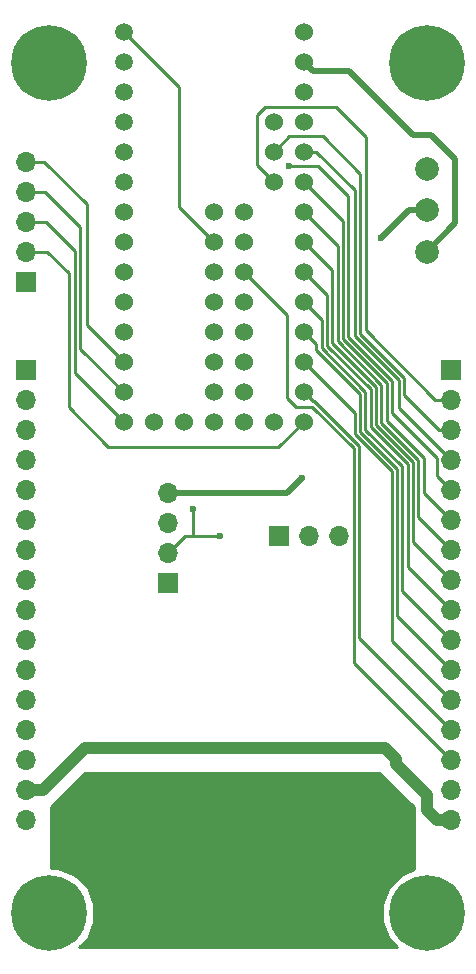
<source format=gbr>
G04 #@! TF.FileFunction,Copper,L2,Bot,Signal*
%FSLAX46Y46*%
G04 Gerber Fmt 4.6, Leading zero omitted, Abs format (unit mm)*
G04 Created by KiCad (PCBNEW 4.0.6) date 10/21/18 17:35:00*
%MOMM*%
%LPD*%
G01*
G04 APERTURE LIST*
%ADD10C,0.100000*%
%ADD11C,6.400000*%
%ADD12C,2.000000*%
%ADD13R,1.700000X1.700000*%
%ADD14O,1.700000X1.700000*%
%ADD15C,1.500000*%
%ADD16C,1.524000*%
%ADD17C,0.600000*%
%ADD18C,0.500000*%
%ADD19C,0.250000*%
%ADD20C,1.000000*%
%ADD21C,0.254000*%
G04 APERTURE END LIST*
D10*
D11*
X116000000Y-96000000D03*
X84000000Y-96000000D03*
X116000000Y-24000000D03*
D12*
X116000000Y-40000000D03*
X116000000Y-36500000D03*
X116000000Y-33000000D03*
D13*
X82000000Y-42540000D03*
D14*
X82000000Y-40000000D03*
X82000000Y-37460000D03*
X82000000Y-34920000D03*
X82000000Y-32380000D03*
D13*
X94050000Y-68090000D03*
D14*
X94050000Y-65550000D03*
X94050000Y-63010000D03*
X94050000Y-60470000D03*
D13*
X118000000Y-50000000D03*
D14*
X118000000Y-52540000D03*
X118000000Y-55080000D03*
X118000000Y-57620000D03*
X118000000Y-60160000D03*
X118000000Y-62700000D03*
X118000000Y-65240000D03*
X118000000Y-67780000D03*
X118000000Y-70320000D03*
X118000000Y-72860000D03*
X118000000Y-75400000D03*
X118000000Y-77940000D03*
X118000000Y-80480000D03*
X118000000Y-83020000D03*
X118000000Y-85560000D03*
X118000000Y-88100000D03*
D13*
X82000000Y-50000000D03*
D14*
X82000000Y-52540000D03*
X82000000Y-55080000D03*
X82000000Y-57620000D03*
X82000000Y-60160000D03*
X82000000Y-62700000D03*
X82000000Y-65240000D03*
X82000000Y-67780000D03*
X82000000Y-70320000D03*
X82000000Y-72860000D03*
X82000000Y-75400000D03*
X82000000Y-77940000D03*
X82000000Y-80480000D03*
X82000000Y-83020000D03*
X82000000Y-85560000D03*
X82000000Y-88100000D03*
D15*
X90300000Y-21380000D03*
X90300000Y-23920000D03*
X90300000Y-26460000D03*
X90300000Y-29000000D03*
X90300000Y-31540000D03*
X90300000Y-34080000D03*
D16*
X90300000Y-36620000D03*
X97920000Y-36620000D03*
X90300000Y-39160000D03*
X97920000Y-39160000D03*
X90300000Y-41700000D03*
X97920000Y-41700000D03*
X90300000Y-44240000D03*
X97920000Y-44240000D03*
X90300000Y-46780000D03*
X97920000Y-46780000D03*
X90300000Y-49320000D03*
X97920000Y-49320000D03*
X90300000Y-51860000D03*
X97920000Y-51860000D03*
X90300000Y-54400000D03*
X92840000Y-54400000D03*
X95380000Y-54400000D03*
X97920000Y-54400000D03*
X100460000Y-54400000D03*
X103000000Y-54400000D03*
X105540000Y-54400000D03*
X100460000Y-51860000D03*
X105540000Y-51860000D03*
X100460000Y-49320000D03*
X105540000Y-49320000D03*
X100460000Y-46780000D03*
X105540000Y-46780000D03*
X100460000Y-44240000D03*
X105540000Y-44240000D03*
X100460000Y-41700000D03*
X105540000Y-41700000D03*
X100460000Y-39160000D03*
X105540000Y-39160000D03*
X100460000Y-36620000D03*
X105540000Y-36620000D03*
X103000000Y-34080000D03*
X105540000Y-34080000D03*
X103000000Y-31540000D03*
X105540000Y-31540000D03*
X103000000Y-29000000D03*
X105540000Y-29000000D03*
X105540000Y-26460000D03*
X105540000Y-23920000D03*
X105540000Y-21380000D03*
D11*
X84000000Y-24000000D03*
D13*
X103460000Y-64100000D03*
D14*
X106000000Y-64100000D03*
X108540000Y-64100000D03*
D17*
X105400000Y-59200000D03*
X94000000Y-90000000D03*
X105000000Y-85000000D03*
X105000000Y-86000000D03*
X105000000Y-87000000D03*
X105000000Y-88000000D03*
X105000000Y-89000000D03*
X105000000Y-90000000D03*
X105000000Y-91000000D03*
X105000000Y-92000000D03*
X104000000Y-92000000D03*
X103000000Y-92000000D03*
X102000000Y-92000000D03*
X101000000Y-92000000D03*
X100000000Y-92000000D03*
X99000000Y-92000000D03*
X98000000Y-92000000D03*
X97000000Y-92000000D03*
X96000000Y-92000000D03*
X95000000Y-92000000D03*
X94000000Y-92000000D03*
X94000000Y-91000000D03*
X94000000Y-89000000D03*
X94000000Y-88000000D03*
X94000000Y-87000000D03*
X94000000Y-86000000D03*
X94000000Y-85000000D03*
X112100000Y-38850000D03*
X96200000Y-61800000D03*
X98500000Y-64100000D03*
X113400000Y-83000000D03*
X104290000Y-32750000D03*
D18*
X94050000Y-60470000D02*
X104130000Y-60470000D01*
X104130000Y-60470000D02*
X105400000Y-59200000D01*
X105540000Y-23920000D02*
X106301999Y-24681999D01*
X118400000Y-32200000D02*
X118400000Y-37600000D01*
X106301999Y-24681999D02*
X109381999Y-24681999D01*
X109381999Y-24681999D02*
X114800000Y-30100000D01*
X114800000Y-30100000D02*
X116300000Y-30100000D01*
X116300000Y-30100000D02*
X118400000Y-32200000D01*
X118400000Y-37600000D02*
X116000000Y-40000000D01*
D19*
X105000000Y-86000000D02*
X105000000Y-85000000D01*
X103000000Y-92000000D02*
X104000000Y-92000000D01*
X101000000Y-92000000D02*
X102000000Y-92000000D01*
X99000000Y-92000000D02*
X100000000Y-92000000D01*
X97000000Y-92000000D02*
X98000000Y-92000000D01*
X95000000Y-36240000D02*
X95000000Y-26080000D01*
X95000000Y-26080000D02*
X90300000Y-21380000D01*
X97920000Y-39160000D02*
X95000000Y-36240000D01*
D18*
X112399999Y-38550001D02*
X112100000Y-38850000D01*
X116000000Y-36500000D02*
X114450000Y-36500000D01*
X114450000Y-36500000D02*
X112399999Y-38550001D01*
D19*
X95500000Y-64100000D02*
X96200000Y-64100000D01*
X96200000Y-64100000D02*
X98075736Y-64100000D01*
X96200000Y-61800000D02*
X96200000Y-64100000D01*
X98075736Y-64100000D02*
X98500000Y-64100000D01*
X94050000Y-65550000D02*
X95500000Y-64100000D01*
D20*
X113400000Y-83000000D02*
X112400000Y-82000000D01*
X112400000Y-82000000D02*
X87000000Y-82000000D01*
X87000000Y-82000000D02*
X83440000Y-85560000D01*
X83440000Y-85560000D02*
X82000000Y-85560000D01*
X113400000Y-83000000D02*
X113400000Y-83400000D01*
X113400000Y-83400000D02*
X116000000Y-86000000D01*
X116000000Y-86000000D02*
X116000000Y-87250000D01*
X116000000Y-87250000D02*
X116850000Y-88100000D01*
X116850000Y-88100000D02*
X118000000Y-88100000D01*
D19*
X90300000Y-54400000D02*
X86200000Y-50300000D01*
X86200000Y-50300000D02*
X86200000Y-39950000D01*
X86200000Y-39950000D02*
X83710000Y-37460000D01*
X83710000Y-37460000D02*
X82000000Y-37460000D01*
X90300000Y-51860000D02*
X86650011Y-48210011D01*
X86650011Y-48210011D02*
X86650011Y-37900011D01*
X86650011Y-37900011D02*
X83670000Y-34920000D01*
X83670000Y-34920000D02*
X82000000Y-34920000D01*
X82000000Y-40000000D02*
X83800000Y-40000000D01*
X83800000Y-40000000D02*
X85650000Y-41850000D01*
X89000000Y-56550000D02*
X103390000Y-56550000D01*
X85650000Y-41850000D02*
X85650000Y-53200000D01*
X103390000Y-56550000D02*
X105540000Y-54400000D01*
X85650000Y-53200000D02*
X89000000Y-56550000D01*
X82000000Y-32380000D02*
X83580000Y-32380000D01*
X87200000Y-36000000D02*
X87200000Y-46220000D01*
X83580000Y-32380000D02*
X87200000Y-36000000D01*
X87200000Y-46220000D02*
X90300000Y-49320000D01*
X103000000Y-34080000D02*
X101600000Y-32680000D01*
X108300000Y-27740000D02*
X110840000Y-30280000D01*
X110840000Y-46680000D02*
X116700000Y-52540000D01*
X101600000Y-32680000D02*
X101600000Y-28440000D01*
X101600000Y-28440000D02*
X102300000Y-27740000D01*
X102300000Y-27740000D02*
X108300000Y-27740000D01*
X110840000Y-30280000D02*
X110840000Y-46680000D01*
X116700000Y-52540000D02*
X118000000Y-52540000D01*
X117610000Y-52150000D02*
X118000000Y-52540000D01*
X103000000Y-31540000D02*
X104290000Y-30250000D01*
X104290000Y-30250000D02*
X107150000Y-30250000D01*
X107150000Y-30250000D02*
X110350022Y-33450022D01*
X110350022Y-33450022D02*
X110350022Y-46968735D01*
X110350022Y-46968735D02*
X114050055Y-50668768D01*
X114050055Y-50668768D02*
X114050055Y-52110055D01*
X114050055Y-52110055D02*
X117030000Y-55090000D01*
X117030000Y-55090000D02*
X117990000Y-55090000D01*
X117990000Y-55090000D02*
X118000000Y-55080000D01*
X117150001Y-56770001D02*
X118000000Y-57620000D01*
X105540000Y-31540000D02*
X106617630Y-31540000D01*
X109870011Y-34792381D02*
X109870011Y-47125135D01*
X113600044Y-53220044D02*
X117150001Y-56770001D01*
X113600044Y-50855168D02*
X113600044Y-53220044D01*
X109870011Y-47125135D02*
X113600044Y-50855168D01*
X106617630Y-31540000D02*
X109870011Y-34792381D01*
X116824999Y-57444999D02*
X113030000Y-53650000D01*
X104714264Y-32750000D02*
X104290000Y-32750000D01*
X118000000Y-60160000D02*
X116824999Y-58984999D01*
X116824999Y-58984999D02*
X116824999Y-57444999D01*
X109330000Y-47221535D02*
X109330000Y-35280000D01*
X113030000Y-53650000D02*
X113030000Y-50921534D01*
X106800000Y-32750000D02*
X104714264Y-32750000D01*
X113030000Y-50921534D02*
X109330000Y-47221535D01*
X109330000Y-35280000D02*
X106800000Y-32750000D01*
X112129978Y-51294334D02*
X108429978Y-47594335D01*
X118000000Y-65240000D02*
X115250077Y-62490077D01*
X108429978Y-39509978D02*
X106301999Y-37381999D01*
X115250077Y-57632899D02*
X112129978Y-54512800D01*
X106301999Y-37381999D02*
X105540000Y-36620000D01*
X115250077Y-62490077D02*
X115250077Y-57632899D01*
X108429978Y-47594335D02*
X108429978Y-39509978D01*
X112129978Y-54512800D02*
X112129978Y-51294334D01*
X107979967Y-41599967D02*
X107979967Y-47780735D01*
X114800066Y-64580066D02*
X117150001Y-66930001D01*
X114800066Y-57819299D02*
X114800066Y-64580066D01*
X111679967Y-51480734D02*
X111679967Y-54699200D01*
X105540000Y-39160000D02*
X107979967Y-41599967D01*
X107979967Y-47780735D02*
X111679967Y-51480734D01*
X117150001Y-66930001D02*
X118000000Y-67780000D01*
X111679967Y-54699200D02*
X114800066Y-57819299D01*
X114350055Y-66670055D02*
X117150001Y-69470001D01*
X111229956Y-51667134D02*
X111229956Y-54885600D01*
X111229956Y-54885600D02*
X114350055Y-58005699D01*
X107529956Y-47967135D02*
X111229956Y-51667134D01*
X105540000Y-41700000D02*
X107529956Y-43689956D01*
X117150001Y-69470001D02*
X118000000Y-70320000D01*
X114350055Y-58005699D02*
X114350055Y-66670055D01*
X107529956Y-43689956D02*
X107529956Y-47967135D01*
X113900044Y-68760044D02*
X117150001Y-72010001D01*
X110779945Y-51853534D02*
X110779945Y-55072000D01*
X107079945Y-45779945D02*
X107079945Y-48153535D01*
X105540000Y-44240000D02*
X107079945Y-45779945D01*
X117150001Y-72010001D02*
X118000000Y-72860000D01*
X107079945Y-48153535D02*
X110779945Y-51853534D01*
X110779945Y-55072000D02*
X113900044Y-58192099D01*
X113900044Y-58192099D02*
X113900044Y-68760044D01*
X105540000Y-46780000D02*
X106600000Y-47840000D01*
X106600000Y-47840000D02*
X106600000Y-48310000D01*
X106600000Y-48310000D02*
X110329934Y-52039934D01*
X110329934Y-52039934D02*
X110329934Y-55258400D01*
X110329934Y-55258400D02*
X113450033Y-58378499D01*
X113450033Y-58378499D02*
X113450033Y-70850033D01*
X113450033Y-70850033D02*
X117150001Y-74550001D01*
X117150001Y-74550001D02*
X118000000Y-75400000D01*
X113000022Y-72940022D02*
X117150001Y-77090001D01*
X109879923Y-55444800D02*
X113000022Y-58564899D01*
X113000022Y-58564899D02*
X113000022Y-72940022D01*
X117150001Y-77090001D02*
X118000000Y-77940000D01*
X109879923Y-53659923D02*
X109879923Y-55444800D01*
X105540000Y-49320000D02*
X109879923Y-53659923D01*
X106420711Y-52621999D02*
X106301999Y-52621999D01*
X106301999Y-52621999D02*
X105540000Y-51860000D01*
X118000000Y-80480000D02*
X110239912Y-72719912D01*
X110239912Y-56441200D02*
X106420711Y-52621999D01*
X110239912Y-72719912D02*
X110239912Y-56441200D01*
X104870000Y-53120000D02*
X104150000Y-52400000D01*
X101221999Y-42461999D02*
X100460000Y-41700000D01*
X106282301Y-53120000D02*
X104870000Y-53120000D01*
X109789901Y-74809901D02*
X109789901Y-56627600D01*
X104150000Y-52400000D02*
X104150000Y-45390000D01*
X104150000Y-45390000D02*
X101221999Y-42461999D01*
X118000000Y-83020000D02*
X109789901Y-74809901D01*
X109789901Y-56627600D02*
X106282301Y-53120000D01*
X112579989Y-54326400D02*
X115700088Y-57446499D01*
X115700088Y-60400088D02*
X117150001Y-61850001D01*
X115700088Y-57446499D02*
X115700088Y-60400088D01*
X112579989Y-51107934D02*
X112579989Y-54326400D01*
X105540000Y-34080000D02*
X108879989Y-37419989D01*
X117150001Y-61850001D02*
X118000000Y-62700000D01*
X108879989Y-47407935D02*
X112579989Y-51107934D01*
X108879989Y-37419989D02*
X108879989Y-47407935D01*
D21*
G36*
X114865000Y-87044606D02*
X114865000Y-87250000D01*
X114873000Y-87290219D01*
X114873000Y-92316191D01*
X113830485Y-92746950D01*
X112750741Y-93824811D01*
X112165667Y-95233825D01*
X112164336Y-96759482D01*
X112746950Y-98169515D01*
X113449208Y-98873000D01*
X86550229Y-98873000D01*
X87249259Y-98175189D01*
X87834333Y-96766175D01*
X87835664Y-95240518D01*
X87253050Y-93830485D01*
X86175189Y-92750741D01*
X84766175Y-92165667D01*
X84127000Y-92165109D01*
X84127000Y-87052606D01*
X87052606Y-84127000D01*
X111947394Y-84127000D01*
X114865000Y-87044606D01*
X114865000Y-87044606D01*
G37*
X114865000Y-87044606D02*
X114865000Y-87250000D01*
X114873000Y-87290219D01*
X114873000Y-92316191D01*
X113830485Y-92746950D01*
X112750741Y-93824811D01*
X112165667Y-95233825D01*
X112164336Y-96759482D01*
X112746950Y-98169515D01*
X113449208Y-98873000D01*
X86550229Y-98873000D01*
X87249259Y-98175189D01*
X87834333Y-96766175D01*
X87835664Y-95240518D01*
X87253050Y-93830485D01*
X86175189Y-92750741D01*
X84766175Y-92165667D01*
X84127000Y-92165109D01*
X84127000Y-87052606D01*
X87052606Y-84127000D01*
X111947394Y-84127000D01*
X114865000Y-87044606D01*
M02*

</source>
